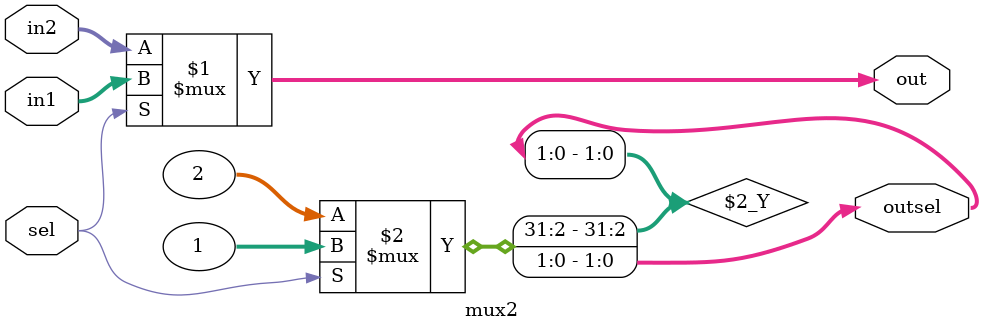
<source format=v>
module mux2(sel,in1,in2,out,outsel);
input [6:0]in1,in2;
input sel;
output [6:0]out;
output [1:0]outsel;
wire [6:0]in1,in2;
wire sel;
wire [6:0]out;
wire [1:0]outsel;
assign out=sel?in1:in2;    //output module
assign outsel=sel?1:2;     //outsel signal control which LED light works
endmodule
</source>
